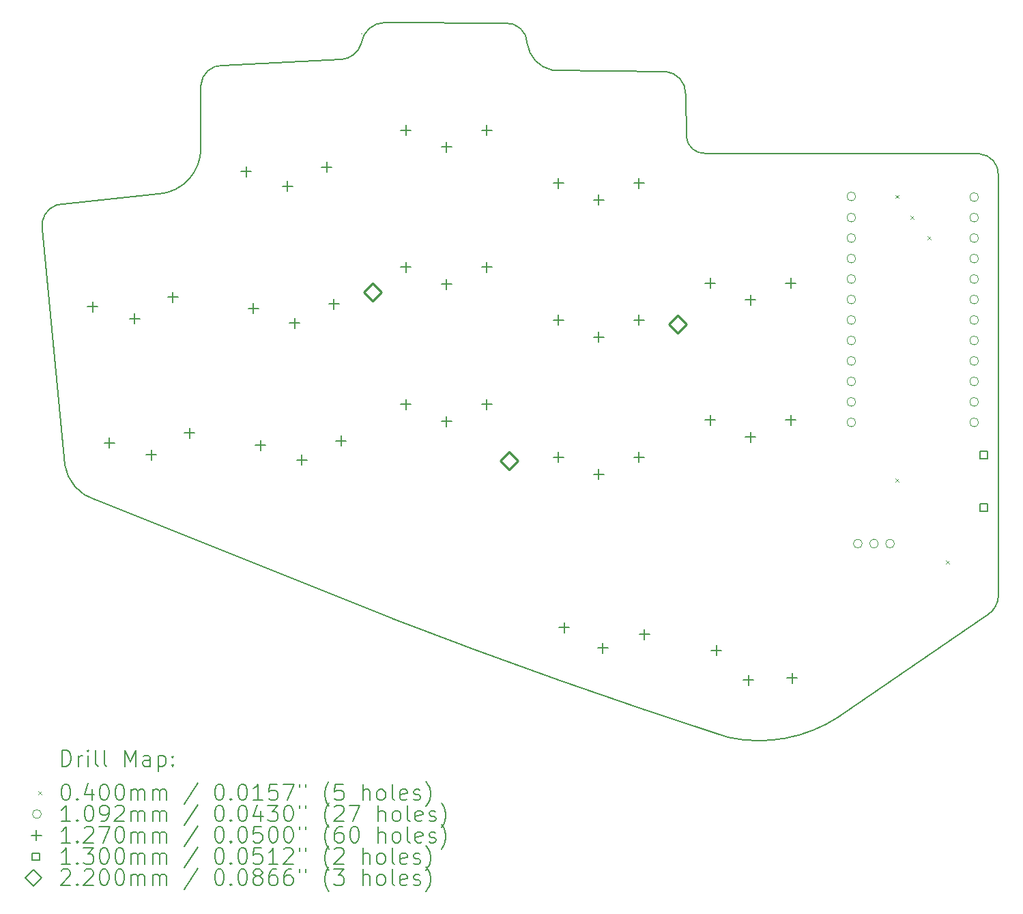
<source format=gbr>
%FSLAX45Y45*%
G04 Gerber Fmt 4.5, Leading zero omitted, Abs format (unit mm)*
G04 Created by KiCad (PCBNEW (6.0.4)) date 2022-05-17 22:38:03*
%MOMM*%
%LPD*%
G01*
G04 APERTURE LIST*
%TA.AperFunction,Profile*%
%ADD10C,0.150000*%
%TD*%
%ADD11C,0.200000*%
%ADD12C,0.040000*%
%ADD13C,0.109220*%
%ADD14C,0.127000*%
%ADD15C,0.130000*%
%ADD16C,0.220000*%
G04 APERTURE END LIST*
D10*
X6876071Y11748876D02*
X8344622Y11820688D01*
X12617390Y11393371D02*
G75*
G03*
X12363394Y11672771I-271530J8309D01*
G01*
X4814023Y10017285D02*
G75*
G03*
X4636222Y9712488I91107J-257405D01*
G01*
X4814022Y10017288D02*
X6078679Y10152942D01*
X10964034Y11689307D02*
X12363394Y11672771D01*
X10653483Y12016826D02*
G75*
G03*
X10964034Y11689307I386287J55284D01*
G01*
X16260102Y10651714D02*
X12862027Y10657058D01*
X12627814Y10859110D02*
G75*
G03*
X12862027Y10657058I222446J21080D01*
G01*
X8886230Y12279469D02*
X10376622Y12272233D01*
X13145222Y3413289D02*
G75*
G03*
X14516822Y3667288I382928J1762511D01*
G01*
X8979622Y4886488D02*
X5296622Y6359688D01*
X4636222Y9712488D02*
X4915622Y6791488D01*
X4915626Y6791489D02*
G75*
G03*
X5296622Y6359688I536374J89281D01*
G01*
X8979622Y4886488D02*
G75*
G03*
X13145222Y3413288I28394798J73662842D01*
G01*
X16371018Y4937293D02*
G75*
G03*
X16498022Y5165888I-162189J239687D01*
G01*
X8598719Y12147486D02*
X8598719Y12147486D01*
X6078679Y10152942D02*
G75*
G03*
X6603966Y10728488I-41668J565511D01*
G01*
X16498022Y5165888D02*
X16498230Y10381255D01*
X10653476Y12016825D02*
G75*
G03*
X10376622Y12272233I-257406J-1265D01*
G01*
X14516822Y3667288D02*
X16371022Y4937288D01*
X6603966Y11497686D02*
X6603966Y10728488D01*
X8344622Y11820689D02*
G75*
G03*
X8594801Y12020777I-21092J282821D01*
G01*
X12627819Y10859110D02*
X12617394Y11393371D01*
X16498224Y10381255D02*
G75*
G03*
X16260102Y10651714I-253545J16825D01*
G01*
X6876071Y11748877D02*
G75*
G03*
X6603966Y11497686I-8611J-263647D01*
G01*
X8886230Y12279468D02*
G75*
G03*
X8594801Y12020777I2030J-295788D01*
G01*
D11*
D12*
X15220000Y10141314D02*
X15260000Y10101314D01*
X15260000Y10141314D02*
X15220000Y10101314D01*
X15220000Y6624000D02*
X15260000Y6584000D01*
X15260000Y6624000D02*
X15220000Y6584000D01*
X15410459Y9885043D02*
X15450459Y9845043D01*
X15450459Y9885043D02*
X15410459Y9845043D01*
X15618978Y9630635D02*
X15658978Y9590635D01*
X15658978Y9630635D02*
X15618978Y9590635D01*
X15846125Y5604462D02*
X15886125Y5564462D01*
X15886125Y5604462D02*
X15846125Y5564462D01*
D13*
X14728331Y10122629D02*
G75*
G03*
X14728331Y10122629I-54610J0D01*
G01*
X14728331Y9860254D02*
G75*
G03*
X14728331Y9860254I-54610J0D01*
G01*
X14728331Y9606254D02*
G75*
G03*
X14728331Y9606254I-54610J0D01*
G01*
X14728331Y9352254D02*
G75*
G03*
X14728331Y9352254I-54610J0D01*
G01*
X14728331Y9098254D02*
G75*
G03*
X14728331Y9098254I-54610J0D01*
G01*
X14728331Y8844254D02*
G75*
G03*
X14728331Y8844254I-54610J0D01*
G01*
X14728331Y8590254D02*
G75*
G03*
X14728331Y8590254I-54610J0D01*
G01*
X14728331Y8336254D02*
G75*
G03*
X14728331Y8336254I-54610J0D01*
G01*
X14728331Y8082254D02*
G75*
G03*
X14728331Y8082254I-54610J0D01*
G01*
X14728331Y7828254D02*
G75*
G03*
X14728331Y7828254I-54610J0D01*
G01*
X14728331Y7574254D02*
G75*
G03*
X14728331Y7574254I-54610J0D01*
G01*
X14728331Y7320254D02*
G75*
G03*
X14728331Y7320254I-54610J0D01*
G01*
X14809150Y5816368D02*
G75*
G03*
X14809150Y5816368I-54610J0D01*
G01*
X15009150Y5816368D02*
G75*
G03*
X15009150Y5816368I-54610J0D01*
G01*
X15209150Y5816368D02*
G75*
G03*
X15209150Y5816368I-54610J0D01*
G01*
X16252331Y10114254D02*
G75*
G03*
X16252331Y10114254I-54610J0D01*
G01*
X16252331Y9860254D02*
G75*
G03*
X16252331Y9860254I-54610J0D01*
G01*
X16252331Y9606254D02*
G75*
G03*
X16252331Y9606254I-54610J0D01*
G01*
X16252331Y9352254D02*
G75*
G03*
X16252331Y9352254I-54610J0D01*
G01*
X16252331Y9098254D02*
G75*
G03*
X16252331Y9098254I-54610J0D01*
G01*
X16252331Y8844254D02*
G75*
G03*
X16252331Y8844254I-54610J0D01*
G01*
X16252331Y8590254D02*
G75*
G03*
X16252331Y8590254I-54610J0D01*
G01*
X16252331Y8336254D02*
G75*
G03*
X16252331Y8336254I-54610J0D01*
G01*
X16252331Y8082254D02*
G75*
G03*
X16252331Y8082254I-54610J0D01*
G01*
X16252331Y7828254D02*
G75*
G03*
X16252331Y7828254I-54610J0D01*
G01*
X16252331Y7574254D02*
G75*
G03*
X16252331Y7574254I-54610J0D01*
G01*
X16252331Y7320254D02*
G75*
G03*
X16252331Y7320254I-54610J0D01*
G01*
D14*
X5262526Y8816817D02*
X5262526Y8689817D01*
X5199026Y8753317D02*
X5326026Y8753317D01*
X5469703Y7129488D02*
X5469703Y7002488D01*
X5406203Y7065988D02*
X5533203Y7065988D01*
X5784391Y8669317D02*
X5784391Y8542317D01*
X5720891Y8605817D02*
X5847891Y8605817D01*
X5784391Y8669317D02*
X5784391Y8542317D01*
X5720891Y8605817D02*
X5847891Y8605817D01*
X5991569Y6981988D02*
X5991569Y6854988D01*
X5928069Y6918488D02*
X6055069Y6918488D01*
X5991569Y6981988D02*
X5991569Y6854988D01*
X5928069Y6918488D02*
X6055069Y6918488D01*
X6255072Y8938686D02*
X6255072Y8811686D01*
X6191572Y8875186D02*
X6318572Y8875186D01*
X6462249Y7251357D02*
X6462249Y7124357D01*
X6398749Y7187857D02*
X6525749Y7187857D01*
X7167874Y10496700D02*
X7167874Y10369700D01*
X7104374Y10433200D02*
X7231374Y10433200D01*
X7256845Y8799030D02*
X7256845Y8672030D01*
X7193345Y8735530D02*
X7320345Y8735530D01*
X7345816Y7101359D02*
X7345816Y6974359D01*
X7282316Y7037859D02*
X7409316Y7037859D01*
X7678179Y10313156D02*
X7678179Y10186156D01*
X7614679Y10249656D02*
X7741679Y10249656D01*
X7678179Y10313156D02*
X7678179Y10186156D01*
X7614679Y10249656D02*
X7741679Y10249656D01*
X7767150Y8615486D02*
X7767150Y8488486D01*
X7703650Y8551986D02*
X7830650Y8551986D01*
X7767150Y8615486D02*
X7767150Y8488486D01*
X7703650Y8551986D02*
X7830650Y8551986D01*
X7856121Y6917815D02*
X7856121Y6790815D01*
X7792621Y6854315D02*
X7919621Y6854315D01*
X7856121Y6917815D02*
X7856121Y6790815D01*
X7792621Y6854315D02*
X7919621Y6854315D01*
X8166503Y10549036D02*
X8166503Y10422036D01*
X8103003Y10485536D02*
X8230003Y10485536D01*
X8255474Y8851366D02*
X8255474Y8724366D01*
X8191974Y8787866D02*
X8318974Y8787866D01*
X8344445Y7153695D02*
X8344445Y7026695D01*
X8280945Y7090195D02*
X8407946Y7090195D01*
X9149582Y9308199D02*
X9149582Y9181199D01*
X9086082Y9244699D02*
X9213082Y9244699D01*
X9149582Y7608199D02*
X9149582Y7481199D01*
X9086082Y7544699D02*
X9213082Y7544699D01*
X9149582Y11008199D02*
X9149582Y10881199D01*
X9086082Y10944699D02*
X9213082Y10944699D01*
X9649582Y9098199D02*
X9649582Y8971199D01*
X9586082Y9034699D02*
X9713082Y9034699D01*
X9649582Y9098199D02*
X9649582Y8971199D01*
X9586082Y9034699D02*
X9713082Y9034699D01*
X9649582Y7398199D02*
X9649582Y7271199D01*
X9586082Y7334699D02*
X9713082Y7334699D01*
X9649582Y7398199D02*
X9649582Y7271199D01*
X9586082Y7334699D02*
X9713082Y7334699D01*
X9649582Y10798199D02*
X9649582Y10671199D01*
X9586082Y10734699D02*
X9713082Y10734699D01*
X9649582Y10798199D02*
X9649582Y10671199D01*
X9586082Y10734699D02*
X9713082Y10734699D01*
X10149582Y9308199D02*
X10149582Y9181199D01*
X10086082Y9244699D02*
X10213082Y9244699D01*
X10149582Y7608199D02*
X10149582Y7481199D01*
X10086082Y7544699D02*
X10213082Y7544699D01*
X10149582Y11008199D02*
X10149582Y10881199D01*
X10086082Y10944699D02*
X10213082Y10944699D01*
X11041109Y10352102D02*
X11041109Y10225102D01*
X10977609Y10288602D02*
X11104609Y10288602D01*
X11041109Y8652102D02*
X11041109Y8525102D01*
X10977609Y8588602D02*
X11104609Y8588602D01*
X11041109Y6952102D02*
X11041109Y6825102D01*
X10977609Y6888602D02*
X11104609Y6888602D01*
X11110892Y4839876D02*
X11110892Y4712876D01*
X11047392Y4776376D02*
X11174392Y4776376D01*
X11541109Y10142102D02*
X11541109Y10015102D01*
X11477609Y10078602D02*
X11604609Y10078602D01*
X11541109Y10142102D02*
X11541109Y10015102D01*
X11477609Y10078602D02*
X11604609Y10078602D01*
X11541109Y8442102D02*
X11541109Y8315102D01*
X11477609Y8378602D02*
X11604609Y8378602D01*
X11541109Y8442102D02*
X11541109Y8315102D01*
X11477609Y8378602D02*
X11604609Y8378602D01*
X11541109Y6742102D02*
X11541109Y6615102D01*
X11477609Y6678602D02*
X11604609Y6678602D01*
X11541109Y6742102D02*
X11541109Y6615102D01*
X11477609Y6678602D02*
X11604609Y6678602D01*
X11590686Y4587097D02*
X11590686Y4460097D01*
X11527186Y4523597D02*
X11654186Y4523597D01*
X11590686Y4587097D02*
X11590686Y4460097D01*
X11527186Y4523597D02*
X11654186Y4523597D01*
X12041109Y10352102D02*
X12041109Y10225102D01*
X11977609Y10288602D02*
X12104609Y10288602D01*
X12041109Y8652102D02*
X12041109Y8525102D01*
X11977609Y8588602D02*
X12104609Y8588602D01*
X12041109Y6952102D02*
X12041109Y6825102D01*
X11977609Y6888602D02*
X12104609Y6888602D01*
X12107087Y4752720D02*
X12107087Y4625720D01*
X12043587Y4689220D02*
X12170587Y4689220D01*
X12921828Y9111385D02*
X12921828Y8984385D01*
X12858328Y9047885D02*
X12985328Y9047885D01*
X12921828Y7411385D02*
X12921828Y7284385D01*
X12858328Y7347885D02*
X12985328Y7347885D01*
X13001228Y4554494D02*
X13001228Y4427494D01*
X12937728Y4490994D02*
X13064728Y4490994D01*
X13399250Y4186148D02*
X13399250Y4059148D01*
X13335750Y4122648D02*
X13462750Y4122648D01*
X13399250Y4186148D02*
X13399250Y4059148D01*
X13335750Y4122648D02*
X13462750Y4122648D01*
X13421828Y8901385D02*
X13421828Y8774385D01*
X13358328Y8837885D02*
X13485328Y8837885D01*
X13421828Y8901385D02*
X13421828Y8774385D01*
X13358328Y8837885D02*
X13485328Y8837885D01*
X13421828Y7201385D02*
X13421828Y7074385D01*
X13358328Y7137885D02*
X13485328Y7137885D01*
X13421828Y7201385D02*
X13421828Y7074385D01*
X13358328Y7137885D02*
X13485328Y7137885D01*
X13921828Y9111385D02*
X13921828Y8984385D01*
X13858328Y9047885D02*
X13985328Y9047885D01*
X13921828Y7411385D02*
X13921828Y7284385D01*
X13858328Y7347885D02*
X13985328Y7347885D01*
X13940920Y4212474D02*
X13940920Y4085474D01*
X13877420Y4148974D02*
X14004420Y4148974D01*
D15*
X16366281Y6869289D02*
X16366281Y6961214D01*
X16274357Y6961214D01*
X16274357Y6869289D01*
X16366281Y6869289D01*
X16366281Y6219289D02*
X16366281Y6311214D01*
X16274357Y6311214D01*
X16274357Y6219289D01*
X16366281Y6219289D01*
D16*
X8732466Y8827039D02*
X8842466Y8937039D01*
X8732466Y9047039D01*
X8622466Y8937039D01*
X8732466Y8827039D01*
X10427904Y6733348D02*
X10537904Y6843348D01*
X10427904Y6953348D01*
X10317904Y6843348D01*
X10427904Y6733348D01*
X12521595Y8428786D02*
X12631595Y8538786D01*
X12521595Y8648786D01*
X12411595Y8538786D01*
X12521595Y8428786D01*
D11*
X4882197Y3054194D02*
X4882197Y3254194D01*
X4929816Y3254194D01*
X4958387Y3244670D01*
X4977435Y3225623D01*
X4986959Y3206575D01*
X4996482Y3168480D01*
X4996482Y3139908D01*
X4986959Y3101813D01*
X4977435Y3082766D01*
X4958387Y3063718D01*
X4929816Y3054194D01*
X4882197Y3054194D01*
X5082197Y3054194D02*
X5082197Y3187527D01*
X5082197Y3149432D02*
X5091720Y3168480D01*
X5101244Y3178004D01*
X5120292Y3187527D01*
X5139340Y3187527D01*
X5206006Y3054194D02*
X5206006Y3187527D01*
X5206006Y3254194D02*
X5196482Y3244670D01*
X5206006Y3235146D01*
X5215530Y3244670D01*
X5206006Y3254194D01*
X5206006Y3235146D01*
X5329816Y3054194D02*
X5310768Y3063718D01*
X5301244Y3082766D01*
X5301244Y3254194D01*
X5434578Y3054194D02*
X5415530Y3063718D01*
X5406006Y3082766D01*
X5406006Y3254194D01*
X5663149Y3054194D02*
X5663149Y3254194D01*
X5729816Y3111337D01*
X5796482Y3254194D01*
X5796482Y3054194D01*
X5977435Y3054194D02*
X5977435Y3158956D01*
X5967911Y3178004D01*
X5948863Y3187527D01*
X5910768Y3187527D01*
X5891720Y3178004D01*
X5977435Y3063718D02*
X5958387Y3054194D01*
X5910768Y3054194D01*
X5891720Y3063718D01*
X5882197Y3082766D01*
X5882197Y3101813D01*
X5891720Y3120861D01*
X5910768Y3130385D01*
X5958387Y3130385D01*
X5977435Y3139908D01*
X6072673Y3187527D02*
X6072673Y2987527D01*
X6072673Y3178004D02*
X6091720Y3187527D01*
X6129816Y3187527D01*
X6148863Y3178004D01*
X6158387Y3168480D01*
X6167911Y3149432D01*
X6167911Y3092289D01*
X6158387Y3073242D01*
X6148863Y3063718D01*
X6129816Y3054194D01*
X6091720Y3054194D01*
X6072673Y3063718D01*
X6253625Y3073242D02*
X6263149Y3063718D01*
X6253625Y3054194D01*
X6244101Y3063718D01*
X6253625Y3073242D01*
X6253625Y3054194D01*
X6253625Y3178004D02*
X6263149Y3168480D01*
X6253625Y3158956D01*
X6244101Y3168480D01*
X6253625Y3178004D01*
X6253625Y3158956D01*
D12*
X4584578Y2744670D02*
X4624578Y2704670D01*
X4624578Y2744670D02*
X4584578Y2704670D01*
D11*
X4920292Y2834194D02*
X4939340Y2834194D01*
X4958387Y2824670D01*
X4967911Y2815146D01*
X4977435Y2796099D01*
X4986959Y2758004D01*
X4986959Y2710385D01*
X4977435Y2672289D01*
X4967911Y2653242D01*
X4958387Y2643718D01*
X4939340Y2634194D01*
X4920292Y2634194D01*
X4901244Y2643718D01*
X4891720Y2653242D01*
X4882197Y2672289D01*
X4872673Y2710385D01*
X4872673Y2758004D01*
X4882197Y2796099D01*
X4891720Y2815146D01*
X4901244Y2824670D01*
X4920292Y2834194D01*
X5072673Y2653242D02*
X5082197Y2643718D01*
X5072673Y2634194D01*
X5063149Y2643718D01*
X5072673Y2653242D01*
X5072673Y2634194D01*
X5253625Y2767528D02*
X5253625Y2634194D01*
X5206006Y2843718D02*
X5158387Y2700861D01*
X5282197Y2700861D01*
X5396482Y2834194D02*
X5415530Y2834194D01*
X5434578Y2824670D01*
X5444101Y2815146D01*
X5453625Y2796099D01*
X5463149Y2758004D01*
X5463149Y2710385D01*
X5453625Y2672289D01*
X5444101Y2653242D01*
X5434578Y2643718D01*
X5415530Y2634194D01*
X5396482Y2634194D01*
X5377435Y2643718D01*
X5367911Y2653242D01*
X5358387Y2672289D01*
X5348863Y2710385D01*
X5348863Y2758004D01*
X5358387Y2796099D01*
X5367911Y2815146D01*
X5377435Y2824670D01*
X5396482Y2834194D01*
X5586959Y2834194D02*
X5606006Y2834194D01*
X5625054Y2824670D01*
X5634578Y2815146D01*
X5644101Y2796099D01*
X5653625Y2758004D01*
X5653625Y2710385D01*
X5644101Y2672289D01*
X5634578Y2653242D01*
X5625054Y2643718D01*
X5606006Y2634194D01*
X5586959Y2634194D01*
X5567911Y2643718D01*
X5558387Y2653242D01*
X5548863Y2672289D01*
X5539340Y2710385D01*
X5539340Y2758004D01*
X5548863Y2796099D01*
X5558387Y2815146D01*
X5567911Y2824670D01*
X5586959Y2834194D01*
X5739339Y2634194D02*
X5739339Y2767528D01*
X5739339Y2748480D02*
X5748863Y2758004D01*
X5767911Y2767528D01*
X5796482Y2767528D01*
X5815530Y2758004D01*
X5825054Y2738956D01*
X5825054Y2634194D01*
X5825054Y2738956D02*
X5834578Y2758004D01*
X5853625Y2767528D01*
X5882197Y2767528D01*
X5901244Y2758004D01*
X5910768Y2738956D01*
X5910768Y2634194D01*
X6006006Y2634194D02*
X6006006Y2767528D01*
X6006006Y2748480D02*
X6015530Y2758004D01*
X6034578Y2767528D01*
X6063149Y2767528D01*
X6082197Y2758004D01*
X6091720Y2738956D01*
X6091720Y2634194D01*
X6091720Y2738956D02*
X6101244Y2758004D01*
X6120292Y2767528D01*
X6148863Y2767528D01*
X6167911Y2758004D01*
X6177435Y2738956D01*
X6177435Y2634194D01*
X6567911Y2843718D02*
X6396482Y2586575D01*
X6825054Y2834194D02*
X6844101Y2834194D01*
X6863149Y2824670D01*
X6872673Y2815146D01*
X6882197Y2796099D01*
X6891720Y2758004D01*
X6891720Y2710385D01*
X6882197Y2672289D01*
X6872673Y2653242D01*
X6863149Y2643718D01*
X6844101Y2634194D01*
X6825054Y2634194D01*
X6806006Y2643718D01*
X6796482Y2653242D01*
X6786958Y2672289D01*
X6777435Y2710385D01*
X6777435Y2758004D01*
X6786958Y2796099D01*
X6796482Y2815146D01*
X6806006Y2824670D01*
X6825054Y2834194D01*
X6977435Y2653242D02*
X6986958Y2643718D01*
X6977435Y2634194D01*
X6967911Y2643718D01*
X6977435Y2653242D01*
X6977435Y2634194D01*
X7110768Y2834194D02*
X7129816Y2834194D01*
X7148863Y2824670D01*
X7158387Y2815146D01*
X7167911Y2796099D01*
X7177435Y2758004D01*
X7177435Y2710385D01*
X7167911Y2672289D01*
X7158387Y2653242D01*
X7148863Y2643718D01*
X7129816Y2634194D01*
X7110768Y2634194D01*
X7091720Y2643718D01*
X7082197Y2653242D01*
X7072673Y2672289D01*
X7063149Y2710385D01*
X7063149Y2758004D01*
X7072673Y2796099D01*
X7082197Y2815146D01*
X7091720Y2824670D01*
X7110768Y2834194D01*
X7367911Y2634194D02*
X7253625Y2634194D01*
X7310768Y2634194D02*
X7310768Y2834194D01*
X7291720Y2805623D01*
X7272673Y2786575D01*
X7253625Y2777051D01*
X7548863Y2834194D02*
X7453625Y2834194D01*
X7444101Y2738956D01*
X7453625Y2748480D01*
X7472673Y2758004D01*
X7520292Y2758004D01*
X7539339Y2748480D01*
X7548863Y2738956D01*
X7558387Y2719908D01*
X7558387Y2672289D01*
X7548863Y2653242D01*
X7539339Y2643718D01*
X7520292Y2634194D01*
X7472673Y2634194D01*
X7453625Y2643718D01*
X7444101Y2653242D01*
X7625054Y2834194D02*
X7758387Y2834194D01*
X7672673Y2634194D01*
X7825054Y2834194D02*
X7825054Y2796099D01*
X7901244Y2834194D02*
X7901244Y2796099D01*
X8196482Y2558004D02*
X8186958Y2567528D01*
X8167911Y2596099D01*
X8158387Y2615147D01*
X8148863Y2643718D01*
X8139339Y2691337D01*
X8139339Y2729432D01*
X8148863Y2777051D01*
X8158387Y2805623D01*
X8167911Y2824670D01*
X8186958Y2853242D01*
X8196482Y2862766D01*
X8367911Y2834194D02*
X8272673Y2834194D01*
X8263149Y2738956D01*
X8272673Y2748480D01*
X8291720Y2758004D01*
X8339339Y2758004D01*
X8358387Y2748480D01*
X8367911Y2738956D01*
X8377435Y2719908D01*
X8377435Y2672289D01*
X8367911Y2653242D01*
X8358387Y2643718D01*
X8339339Y2634194D01*
X8291720Y2634194D01*
X8272673Y2643718D01*
X8263149Y2653242D01*
X8615530Y2634194D02*
X8615530Y2834194D01*
X8701244Y2634194D02*
X8701244Y2738956D01*
X8691720Y2758004D01*
X8672673Y2767528D01*
X8644101Y2767528D01*
X8625054Y2758004D01*
X8615530Y2748480D01*
X8825054Y2634194D02*
X8806006Y2643718D01*
X8796482Y2653242D01*
X8786959Y2672289D01*
X8786959Y2729432D01*
X8796482Y2748480D01*
X8806006Y2758004D01*
X8825054Y2767528D01*
X8853625Y2767528D01*
X8872673Y2758004D01*
X8882197Y2748480D01*
X8891720Y2729432D01*
X8891720Y2672289D01*
X8882197Y2653242D01*
X8872673Y2643718D01*
X8853625Y2634194D01*
X8825054Y2634194D01*
X9006006Y2634194D02*
X8986959Y2643718D01*
X8977435Y2662766D01*
X8977435Y2834194D01*
X9158387Y2643718D02*
X9139340Y2634194D01*
X9101244Y2634194D01*
X9082197Y2643718D01*
X9072673Y2662766D01*
X9072673Y2738956D01*
X9082197Y2758004D01*
X9101244Y2767528D01*
X9139340Y2767528D01*
X9158387Y2758004D01*
X9167911Y2738956D01*
X9167911Y2719908D01*
X9072673Y2700861D01*
X9244101Y2643718D02*
X9263149Y2634194D01*
X9301244Y2634194D01*
X9320292Y2643718D01*
X9329816Y2662766D01*
X9329816Y2672289D01*
X9320292Y2691337D01*
X9301244Y2700861D01*
X9272673Y2700861D01*
X9253625Y2710385D01*
X9244101Y2729432D01*
X9244101Y2738956D01*
X9253625Y2758004D01*
X9272673Y2767528D01*
X9301244Y2767528D01*
X9320292Y2758004D01*
X9396482Y2558004D02*
X9406006Y2567528D01*
X9425054Y2596099D01*
X9434578Y2615147D01*
X9444101Y2643718D01*
X9453625Y2691337D01*
X9453625Y2729432D01*
X9444101Y2777051D01*
X9434578Y2805623D01*
X9425054Y2824670D01*
X9406006Y2853242D01*
X9396482Y2862766D01*
D13*
X4624578Y2460670D02*
G75*
G03*
X4624578Y2460670I-54610J0D01*
G01*
D11*
X4986959Y2370194D02*
X4872673Y2370194D01*
X4929816Y2370194D02*
X4929816Y2570194D01*
X4910768Y2541623D01*
X4891720Y2522575D01*
X4872673Y2513051D01*
X5072673Y2389242D02*
X5082197Y2379718D01*
X5072673Y2370194D01*
X5063149Y2379718D01*
X5072673Y2389242D01*
X5072673Y2370194D01*
X5206006Y2570194D02*
X5225054Y2570194D01*
X5244101Y2560670D01*
X5253625Y2551147D01*
X5263149Y2532099D01*
X5272673Y2494004D01*
X5272673Y2446385D01*
X5263149Y2408289D01*
X5253625Y2389242D01*
X5244101Y2379718D01*
X5225054Y2370194D01*
X5206006Y2370194D01*
X5186959Y2379718D01*
X5177435Y2389242D01*
X5167911Y2408289D01*
X5158387Y2446385D01*
X5158387Y2494004D01*
X5167911Y2532099D01*
X5177435Y2551147D01*
X5186959Y2560670D01*
X5206006Y2570194D01*
X5367911Y2370194D02*
X5406006Y2370194D01*
X5425054Y2379718D01*
X5434578Y2389242D01*
X5453625Y2417813D01*
X5463149Y2455908D01*
X5463149Y2532099D01*
X5453625Y2551147D01*
X5444101Y2560670D01*
X5425054Y2570194D01*
X5386959Y2570194D01*
X5367911Y2560670D01*
X5358387Y2551147D01*
X5348863Y2532099D01*
X5348863Y2484480D01*
X5358387Y2465432D01*
X5367911Y2455908D01*
X5386959Y2446385D01*
X5425054Y2446385D01*
X5444101Y2455908D01*
X5453625Y2465432D01*
X5463149Y2484480D01*
X5539340Y2551147D02*
X5548863Y2560670D01*
X5567911Y2570194D01*
X5615530Y2570194D01*
X5634578Y2560670D01*
X5644101Y2551147D01*
X5653625Y2532099D01*
X5653625Y2513051D01*
X5644101Y2484480D01*
X5529816Y2370194D01*
X5653625Y2370194D01*
X5739339Y2370194D02*
X5739339Y2503528D01*
X5739339Y2484480D02*
X5748863Y2494004D01*
X5767911Y2503528D01*
X5796482Y2503528D01*
X5815530Y2494004D01*
X5825054Y2474956D01*
X5825054Y2370194D01*
X5825054Y2474956D02*
X5834578Y2494004D01*
X5853625Y2503528D01*
X5882197Y2503528D01*
X5901244Y2494004D01*
X5910768Y2474956D01*
X5910768Y2370194D01*
X6006006Y2370194D02*
X6006006Y2503528D01*
X6006006Y2484480D02*
X6015530Y2494004D01*
X6034578Y2503528D01*
X6063149Y2503528D01*
X6082197Y2494004D01*
X6091720Y2474956D01*
X6091720Y2370194D01*
X6091720Y2474956D02*
X6101244Y2494004D01*
X6120292Y2503528D01*
X6148863Y2503528D01*
X6167911Y2494004D01*
X6177435Y2474956D01*
X6177435Y2370194D01*
X6567911Y2579718D02*
X6396482Y2322575D01*
X6825054Y2570194D02*
X6844101Y2570194D01*
X6863149Y2560670D01*
X6872673Y2551147D01*
X6882197Y2532099D01*
X6891720Y2494004D01*
X6891720Y2446385D01*
X6882197Y2408289D01*
X6872673Y2389242D01*
X6863149Y2379718D01*
X6844101Y2370194D01*
X6825054Y2370194D01*
X6806006Y2379718D01*
X6796482Y2389242D01*
X6786958Y2408289D01*
X6777435Y2446385D01*
X6777435Y2494004D01*
X6786958Y2532099D01*
X6796482Y2551147D01*
X6806006Y2560670D01*
X6825054Y2570194D01*
X6977435Y2389242D02*
X6986958Y2379718D01*
X6977435Y2370194D01*
X6967911Y2379718D01*
X6977435Y2389242D01*
X6977435Y2370194D01*
X7110768Y2570194D02*
X7129816Y2570194D01*
X7148863Y2560670D01*
X7158387Y2551147D01*
X7167911Y2532099D01*
X7177435Y2494004D01*
X7177435Y2446385D01*
X7167911Y2408289D01*
X7158387Y2389242D01*
X7148863Y2379718D01*
X7129816Y2370194D01*
X7110768Y2370194D01*
X7091720Y2379718D01*
X7082197Y2389242D01*
X7072673Y2408289D01*
X7063149Y2446385D01*
X7063149Y2494004D01*
X7072673Y2532099D01*
X7082197Y2551147D01*
X7091720Y2560670D01*
X7110768Y2570194D01*
X7348863Y2503528D02*
X7348863Y2370194D01*
X7301244Y2579718D02*
X7253625Y2436861D01*
X7377435Y2436861D01*
X7434578Y2570194D02*
X7558387Y2570194D01*
X7491720Y2494004D01*
X7520292Y2494004D01*
X7539339Y2484480D01*
X7548863Y2474956D01*
X7558387Y2455908D01*
X7558387Y2408289D01*
X7548863Y2389242D01*
X7539339Y2379718D01*
X7520292Y2370194D01*
X7463149Y2370194D01*
X7444101Y2379718D01*
X7434578Y2389242D01*
X7682197Y2570194D02*
X7701244Y2570194D01*
X7720292Y2560670D01*
X7729816Y2551147D01*
X7739339Y2532099D01*
X7748863Y2494004D01*
X7748863Y2446385D01*
X7739339Y2408289D01*
X7729816Y2389242D01*
X7720292Y2379718D01*
X7701244Y2370194D01*
X7682197Y2370194D01*
X7663149Y2379718D01*
X7653625Y2389242D01*
X7644101Y2408289D01*
X7634577Y2446385D01*
X7634577Y2494004D01*
X7644101Y2532099D01*
X7653625Y2551147D01*
X7663149Y2560670D01*
X7682197Y2570194D01*
X7825054Y2570194D02*
X7825054Y2532099D01*
X7901244Y2570194D02*
X7901244Y2532099D01*
X8196482Y2294004D02*
X8186958Y2303528D01*
X8167911Y2332099D01*
X8158387Y2351147D01*
X8148863Y2379718D01*
X8139339Y2427337D01*
X8139339Y2465432D01*
X8148863Y2513051D01*
X8158387Y2541623D01*
X8167911Y2560670D01*
X8186958Y2589242D01*
X8196482Y2598766D01*
X8263149Y2551147D02*
X8272673Y2560670D01*
X8291720Y2570194D01*
X8339339Y2570194D01*
X8358387Y2560670D01*
X8367911Y2551147D01*
X8377435Y2532099D01*
X8377435Y2513051D01*
X8367911Y2484480D01*
X8253625Y2370194D01*
X8377435Y2370194D01*
X8444101Y2570194D02*
X8577435Y2570194D01*
X8491720Y2370194D01*
X8806006Y2370194D02*
X8806006Y2570194D01*
X8891720Y2370194D02*
X8891720Y2474956D01*
X8882197Y2494004D01*
X8863149Y2503528D01*
X8834578Y2503528D01*
X8815530Y2494004D01*
X8806006Y2484480D01*
X9015530Y2370194D02*
X8996482Y2379718D01*
X8986959Y2389242D01*
X8977435Y2408289D01*
X8977435Y2465432D01*
X8986959Y2484480D01*
X8996482Y2494004D01*
X9015530Y2503528D01*
X9044101Y2503528D01*
X9063149Y2494004D01*
X9072673Y2484480D01*
X9082197Y2465432D01*
X9082197Y2408289D01*
X9072673Y2389242D01*
X9063149Y2379718D01*
X9044101Y2370194D01*
X9015530Y2370194D01*
X9196482Y2370194D02*
X9177435Y2379718D01*
X9167911Y2398766D01*
X9167911Y2570194D01*
X9348863Y2379718D02*
X9329816Y2370194D01*
X9291720Y2370194D01*
X9272673Y2379718D01*
X9263149Y2398766D01*
X9263149Y2474956D01*
X9272673Y2494004D01*
X9291720Y2503528D01*
X9329816Y2503528D01*
X9348863Y2494004D01*
X9358387Y2474956D01*
X9358387Y2455908D01*
X9263149Y2436861D01*
X9434578Y2379718D02*
X9453625Y2370194D01*
X9491720Y2370194D01*
X9510768Y2379718D01*
X9520292Y2398766D01*
X9520292Y2408289D01*
X9510768Y2427337D01*
X9491720Y2436861D01*
X9463149Y2436861D01*
X9444101Y2446385D01*
X9434578Y2465432D01*
X9434578Y2474956D01*
X9444101Y2494004D01*
X9463149Y2503528D01*
X9491720Y2503528D01*
X9510768Y2494004D01*
X9586959Y2294004D02*
X9596482Y2303528D01*
X9615530Y2332099D01*
X9625054Y2351147D01*
X9634578Y2379718D01*
X9644101Y2427337D01*
X9644101Y2465432D01*
X9634578Y2513051D01*
X9625054Y2541623D01*
X9615530Y2560670D01*
X9596482Y2589242D01*
X9586959Y2598766D01*
D14*
X4561078Y2260170D02*
X4561078Y2133170D01*
X4497578Y2196670D02*
X4624578Y2196670D01*
D11*
X4986959Y2106194D02*
X4872673Y2106194D01*
X4929816Y2106194D02*
X4929816Y2306194D01*
X4910768Y2277623D01*
X4891720Y2258575D01*
X4872673Y2249051D01*
X5072673Y2125242D02*
X5082197Y2115718D01*
X5072673Y2106194D01*
X5063149Y2115718D01*
X5072673Y2125242D01*
X5072673Y2106194D01*
X5158387Y2287147D02*
X5167911Y2296670D01*
X5186959Y2306194D01*
X5234578Y2306194D01*
X5253625Y2296670D01*
X5263149Y2287147D01*
X5272673Y2268099D01*
X5272673Y2249051D01*
X5263149Y2220480D01*
X5148863Y2106194D01*
X5272673Y2106194D01*
X5339340Y2306194D02*
X5472673Y2306194D01*
X5386959Y2106194D01*
X5586959Y2306194D02*
X5606006Y2306194D01*
X5625054Y2296670D01*
X5634578Y2287147D01*
X5644101Y2268099D01*
X5653625Y2230004D01*
X5653625Y2182385D01*
X5644101Y2144289D01*
X5634578Y2125242D01*
X5625054Y2115718D01*
X5606006Y2106194D01*
X5586959Y2106194D01*
X5567911Y2115718D01*
X5558387Y2125242D01*
X5548863Y2144289D01*
X5539340Y2182385D01*
X5539340Y2230004D01*
X5548863Y2268099D01*
X5558387Y2287147D01*
X5567911Y2296670D01*
X5586959Y2306194D01*
X5739339Y2106194D02*
X5739339Y2239528D01*
X5739339Y2220480D02*
X5748863Y2230004D01*
X5767911Y2239528D01*
X5796482Y2239528D01*
X5815530Y2230004D01*
X5825054Y2210956D01*
X5825054Y2106194D01*
X5825054Y2210956D02*
X5834578Y2230004D01*
X5853625Y2239528D01*
X5882197Y2239528D01*
X5901244Y2230004D01*
X5910768Y2210956D01*
X5910768Y2106194D01*
X6006006Y2106194D02*
X6006006Y2239528D01*
X6006006Y2220480D02*
X6015530Y2230004D01*
X6034578Y2239528D01*
X6063149Y2239528D01*
X6082197Y2230004D01*
X6091720Y2210956D01*
X6091720Y2106194D01*
X6091720Y2210956D02*
X6101244Y2230004D01*
X6120292Y2239528D01*
X6148863Y2239528D01*
X6167911Y2230004D01*
X6177435Y2210956D01*
X6177435Y2106194D01*
X6567911Y2315718D02*
X6396482Y2058575D01*
X6825054Y2306194D02*
X6844101Y2306194D01*
X6863149Y2296670D01*
X6872673Y2287147D01*
X6882197Y2268099D01*
X6891720Y2230004D01*
X6891720Y2182385D01*
X6882197Y2144289D01*
X6872673Y2125242D01*
X6863149Y2115718D01*
X6844101Y2106194D01*
X6825054Y2106194D01*
X6806006Y2115718D01*
X6796482Y2125242D01*
X6786958Y2144289D01*
X6777435Y2182385D01*
X6777435Y2230004D01*
X6786958Y2268099D01*
X6796482Y2287147D01*
X6806006Y2296670D01*
X6825054Y2306194D01*
X6977435Y2125242D02*
X6986958Y2115718D01*
X6977435Y2106194D01*
X6967911Y2115718D01*
X6977435Y2125242D01*
X6977435Y2106194D01*
X7110768Y2306194D02*
X7129816Y2306194D01*
X7148863Y2296670D01*
X7158387Y2287147D01*
X7167911Y2268099D01*
X7177435Y2230004D01*
X7177435Y2182385D01*
X7167911Y2144289D01*
X7158387Y2125242D01*
X7148863Y2115718D01*
X7129816Y2106194D01*
X7110768Y2106194D01*
X7091720Y2115718D01*
X7082197Y2125242D01*
X7072673Y2144289D01*
X7063149Y2182385D01*
X7063149Y2230004D01*
X7072673Y2268099D01*
X7082197Y2287147D01*
X7091720Y2296670D01*
X7110768Y2306194D01*
X7358387Y2306194D02*
X7263149Y2306194D01*
X7253625Y2210956D01*
X7263149Y2220480D01*
X7282197Y2230004D01*
X7329816Y2230004D01*
X7348863Y2220480D01*
X7358387Y2210956D01*
X7367911Y2191908D01*
X7367911Y2144289D01*
X7358387Y2125242D01*
X7348863Y2115718D01*
X7329816Y2106194D01*
X7282197Y2106194D01*
X7263149Y2115718D01*
X7253625Y2125242D01*
X7491720Y2306194D02*
X7510768Y2306194D01*
X7529816Y2296670D01*
X7539339Y2287147D01*
X7548863Y2268099D01*
X7558387Y2230004D01*
X7558387Y2182385D01*
X7548863Y2144289D01*
X7539339Y2125242D01*
X7529816Y2115718D01*
X7510768Y2106194D01*
X7491720Y2106194D01*
X7472673Y2115718D01*
X7463149Y2125242D01*
X7453625Y2144289D01*
X7444101Y2182385D01*
X7444101Y2230004D01*
X7453625Y2268099D01*
X7463149Y2287147D01*
X7472673Y2296670D01*
X7491720Y2306194D01*
X7682197Y2306194D02*
X7701244Y2306194D01*
X7720292Y2296670D01*
X7729816Y2287147D01*
X7739339Y2268099D01*
X7748863Y2230004D01*
X7748863Y2182385D01*
X7739339Y2144289D01*
X7729816Y2125242D01*
X7720292Y2115718D01*
X7701244Y2106194D01*
X7682197Y2106194D01*
X7663149Y2115718D01*
X7653625Y2125242D01*
X7644101Y2144289D01*
X7634577Y2182385D01*
X7634577Y2230004D01*
X7644101Y2268099D01*
X7653625Y2287147D01*
X7663149Y2296670D01*
X7682197Y2306194D01*
X7825054Y2306194D02*
X7825054Y2268099D01*
X7901244Y2306194D02*
X7901244Y2268099D01*
X8196482Y2030004D02*
X8186958Y2039527D01*
X8167911Y2068099D01*
X8158387Y2087146D01*
X8148863Y2115718D01*
X8139339Y2163337D01*
X8139339Y2201432D01*
X8148863Y2249051D01*
X8158387Y2277623D01*
X8167911Y2296670D01*
X8186958Y2325242D01*
X8196482Y2334766D01*
X8358387Y2306194D02*
X8320292Y2306194D01*
X8301244Y2296670D01*
X8291720Y2287147D01*
X8272673Y2258575D01*
X8263149Y2220480D01*
X8263149Y2144289D01*
X8272673Y2125242D01*
X8282197Y2115718D01*
X8301244Y2106194D01*
X8339339Y2106194D01*
X8358387Y2115718D01*
X8367911Y2125242D01*
X8377435Y2144289D01*
X8377435Y2191908D01*
X8367911Y2210956D01*
X8358387Y2220480D01*
X8339339Y2230004D01*
X8301244Y2230004D01*
X8282197Y2220480D01*
X8272673Y2210956D01*
X8263149Y2191908D01*
X8501244Y2306194D02*
X8520292Y2306194D01*
X8539340Y2296670D01*
X8548863Y2287147D01*
X8558387Y2268099D01*
X8567911Y2230004D01*
X8567911Y2182385D01*
X8558387Y2144289D01*
X8548863Y2125242D01*
X8539340Y2115718D01*
X8520292Y2106194D01*
X8501244Y2106194D01*
X8482197Y2115718D01*
X8472673Y2125242D01*
X8463149Y2144289D01*
X8453625Y2182385D01*
X8453625Y2230004D01*
X8463149Y2268099D01*
X8472673Y2287147D01*
X8482197Y2296670D01*
X8501244Y2306194D01*
X8806006Y2106194D02*
X8806006Y2306194D01*
X8891720Y2106194D02*
X8891720Y2210956D01*
X8882197Y2230004D01*
X8863149Y2239528D01*
X8834578Y2239528D01*
X8815530Y2230004D01*
X8806006Y2220480D01*
X9015530Y2106194D02*
X8996482Y2115718D01*
X8986959Y2125242D01*
X8977435Y2144289D01*
X8977435Y2201432D01*
X8986959Y2220480D01*
X8996482Y2230004D01*
X9015530Y2239528D01*
X9044101Y2239528D01*
X9063149Y2230004D01*
X9072673Y2220480D01*
X9082197Y2201432D01*
X9082197Y2144289D01*
X9072673Y2125242D01*
X9063149Y2115718D01*
X9044101Y2106194D01*
X9015530Y2106194D01*
X9196482Y2106194D02*
X9177435Y2115718D01*
X9167911Y2134766D01*
X9167911Y2306194D01*
X9348863Y2115718D02*
X9329816Y2106194D01*
X9291720Y2106194D01*
X9272673Y2115718D01*
X9263149Y2134766D01*
X9263149Y2210956D01*
X9272673Y2230004D01*
X9291720Y2239528D01*
X9329816Y2239528D01*
X9348863Y2230004D01*
X9358387Y2210956D01*
X9358387Y2191908D01*
X9263149Y2172861D01*
X9434578Y2115718D02*
X9453625Y2106194D01*
X9491720Y2106194D01*
X9510768Y2115718D01*
X9520292Y2134766D01*
X9520292Y2144289D01*
X9510768Y2163337D01*
X9491720Y2172861D01*
X9463149Y2172861D01*
X9444101Y2182385D01*
X9434578Y2201432D01*
X9434578Y2210956D01*
X9444101Y2230004D01*
X9463149Y2239528D01*
X9491720Y2239528D01*
X9510768Y2230004D01*
X9586959Y2030004D02*
X9596482Y2039527D01*
X9615530Y2068099D01*
X9625054Y2087146D01*
X9634578Y2115718D01*
X9644101Y2163337D01*
X9644101Y2201432D01*
X9634578Y2249051D01*
X9625054Y2277623D01*
X9615530Y2296670D01*
X9596482Y2325242D01*
X9586959Y2334766D01*
D15*
X4605540Y1886708D02*
X4605540Y1978633D01*
X4513615Y1978633D01*
X4513615Y1886708D01*
X4605540Y1886708D01*
D11*
X4986959Y1842194D02*
X4872673Y1842194D01*
X4929816Y1842194D02*
X4929816Y2042194D01*
X4910768Y2013623D01*
X4891720Y1994575D01*
X4872673Y1985051D01*
X5072673Y1861242D02*
X5082197Y1851718D01*
X5072673Y1842194D01*
X5063149Y1851718D01*
X5072673Y1861242D01*
X5072673Y1842194D01*
X5148863Y2042194D02*
X5272673Y2042194D01*
X5206006Y1966004D01*
X5234578Y1966004D01*
X5253625Y1956480D01*
X5263149Y1946956D01*
X5272673Y1927908D01*
X5272673Y1880289D01*
X5263149Y1861242D01*
X5253625Y1851718D01*
X5234578Y1842194D01*
X5177435Y1842194D01*
X5158387Y1851718D01*
X5148863Y1861242D01*
X5396482Y2042194D02*
X5415530Y2042194D01*
X5434578Y2032670D01*
X5444101Y2023146D01*
X5453625Y2004099D01*
X5463149Y1966004D01*
X5463149Y1918385D01*
X5453625Y1880289D01*
X5444101Y1861242D01*
X5434578Y1851718D01*
X5415530Y1842194D01*
X5396482Y1842194D01*
X5377435Y1851718D01*
X5367911Y1861242D01*
X5358387Y1880289D01*
X5348863Y1918385D01*
X5348863Y1966004D01*
X5358387Y2004099D01*
X5367911Y2023146D01*
X5377435Y2032670D01*
X5396482Y2042194D01*
X5586959Y2042194D02*
X5606006Y2042194D01*
X5625054Y2032670D01*
X5634578Y2023146D01*
X5644101Y2004099D01*
X5653625Y1966004D01*
X5653625Y1918385D01*
X5644101Y1880289D01*
X5634578Y1861242D01*
X5625054Y1851718D01*
X5606006Y1842194D01*
X5586959Y1842194D01*
X5567911Y1851718D01*
X5558387Y1861242D01*
X5548863Y1880289D01*
X5539340Y1918385D01*
X5539340Y1966004D01*
X5548863Y2004099D01*
X5558387Y2023146D01*
X5567911Y2032670D01*
X5586959Y2042194D01*
X5739339Y1842194D02*
X5739339Y1975527D01*
X5739339Y1956480D02*
X5748863Y1966004D01*
X5767911Y1975527D01*
X5796482Y1975527D01*
X5815530Y1966004D01*
X5825054Y1946956D01*
X5825054Y1842194D01*
X5825054Y1946956D02*
X5834578Y1966004D01*
X5853625Y1975527D01*
X5882197Y1975527D01*
X5901244Y1966004D01*
X5910768Y1946956D01*
X5910768Y1842194D01*
X6006006Y1842194D02*
X6006006Y1975527D01*
X6006006Y1956480D02*
X6015530Y1966004D01*
X6034578Y1975527D01*
X6063149Y1975527D01*
X6082197Y1966004D01*
X6091720Y1946956D01*
X6091720Y1842194D01*
X6091720Y1946956D02*
X6101244Y1966004D01*
X6120292Y1975527D01*
X6148863Y1975527D01*
X6167911Y1966004D01*
X6177435Y1946956D01*
X6177435Y1842194D01*
X6567911Y2051718D02*
X6396482Y1794575D01*
X6825054Y2042194D02*
X6844101Y2042194D01*
X6863149Y2032670D01*
X6872673Y2023146D01*
X6882197Y2004099D01*
X6891720Y1966004D01*
X6891720Y1918385D01*
X6882197Y1880289D01*
X6872673Y1861242D01*
X6863149Y1851718D01*
X6844101Y1842194D01*
X6825054Y1842194D01*
X6806006Y1851718D01*
X6796482Y1861242D01*
X6786958Y1880289D01*
X6777435Y1918385D01*
X6777435Y1966004D01*
X6786958Y2004099D01*
X6796482Y2023146D01*
X6806006Y2032670D01*
X6825054Y2042194D01*
X6977435Y1861242D02*
X6986958Y1851718D01*
X6977435Y1842194D01*
X6967911Y1851718D01*
X6977435Y1861242D01*
X6977435Y1842194D01*
X7110768Y2042194D02*
X7129816Y2042194D01*
X7148863Y2032670D01*
X7158387Y2023146D01*
X7167911Y2004099D01*
X7177435Y1966004D01*
X7177435Y1918385D01*
X7167911Y1880289D01*
X7158387Y1861242D01*
X7148863Y1851718D01*
X7129816Y1842194D01*
X7110768Y1842194D01*
X7091720Y1851718D01*
X7082197Y1861242D01*
X7072673Y1880289D01*
X7063149Y1918385D01*
X7063149Y1966004D01*
X7072673Y2004099D01*
X7082197Y2023146D01*
X7091720Y2032670D01*
X7110768Y2042194D01*
X7358387Y2042194D02*
X7263149Y2042194D01*
X7253625Y1946956D01*
X7263149Y1956480D01*
X7282197Y1966004D01*
X7329816Y1966004D01*
X7348863Y1956480D01*
X7358387Y1946956D01*
X7367911Y1927908D01*
X7367911Y1880289D01*
X7358387Y1861242D01*
X7348863Y1851718D01*
X7329816Y1842194D01*
X7282197Y1842194D01*
X7263149Y1851718D01*
X7253625Y1861242D01*
X7558387Y1842194D02*
X7444101Y1842194D01*
X7501244Y1842194D02*
X7501244Y2042194D01*
X7482197Y2013623D01*
X7463149Y1994575D01*
X7444101Y1985051D01*
X7634577Y2023146D02*
X7644101Y2032670D01*
X7663149Y2042194D01*
X7710768Y2042194D01*
X7729816Y2032670D01*
X7739339Y2023146D01*
X7748863Y2004099D01*
X7748863Y1985051D01*
X7739339Y1956480D01*
X7625054Y1842194D01*
X7748863Y1842194D01*
X7825054Y2042194D02*
X7825054Y2004099D01*
X7901244Y2042194D02*
X7901244Y2004099D01*
X8196482Y1766004D02*
X8186958Y1775527D01*
X8167911Y1804099D01*
X8158387Y1823146D01*
X8148863Y1851718D01*
X8139339Y1899337D01*
X8139339Y1937432D01*
X8148863Y1985051D01*
X8158387Y2013623D01*
X8167911Y2032670D01*
X8186958Y2061242D01*
X8196482Y2070766D01*
X8263149Y2023146D02*
X8272673Y2032670D01*
X8291720Y2042194D01*
X8339339Y2042194D01*
X8358387Y2032670D01*
X8367911Y2023146D01*
X8377435Y2004099D01*
X8377435Y1985051D01*
X8367911Y1956480D01*
X8253625Y1842194D01*
X8377435Y1842194D01*
X8615530Y1842194D02*
X8615530Y2042194D01*
X8701244Y1842194D02*
X8701244Y1946956D01*
X8691720Y1966004D01*
X8672673Y1975527D01*
X8644101Y1975527D01*
X8625054Y1966004D01*
X8615530Y1956480D01*
X8825054Y1842194D02*
X8806006Y1851718D01*
X8796482Y1861242D01*
X8786959Y1880289D01*
X8786959Y1937432D01*
X8796482Y1956480D01*
X8806006Y1966004D01*
X8825054Y1975527D01*
X8853625Y1975527D01*
X8872673Y1966004D01*
X8882197Y1956480D01*
X8891720Y1937432D01*
X8891720Y1880289D01*
X8882197Y1861242D01*
X8872673Y1851718D01*
X8853625Y1842194D01*
X8825054Y1842194D01*
X9006006Y1842194D02*
X8986959Y1851718D01*
X8977435Y1870766D01*
X8977435Y2042194D01*
X9158387Y1851718D02*
X9139340Y1842194D01*
X9101244Y1842194D01*
X9082197Y1851718D01*
X9072673Y1870766D01*
X9072673Y1946956D01*
X9082197Y1966004D01*
X9101244Y1975527D01*
X9139340Y1975527D01*
X9158387Y1966004D01*
X9167911Y1946956D01*
X9167911Y1927908D01*
X9072673Y1908861D01*
X9244101Y1851718D02*
X9263149Y1842194D01*
X9301244Y1842194D01*
X9320292Y1851718D01*
X9329816Y1870766D01*
X9329816Y1880289D01*
X9320292Y1899337D01*
X9301244Y1908861D01*
X9272673Y1908861D01*
X9253625Y1918385D01*
X9244101Y1937432D01*
X9244101Y1946956D01*
X9253625Y1966004D01*
X9272673Y1975527D01*
X9301244Y1975527D01*
X9320292Y1966004D01*
X9396482Y1766004D02*
X9406006Y1775527D01*
X9425054Y1804099D01*
X9434578Y1823146D01*
X9444101Y1851718D01*
X9453625Y1899337D01*
X9453625Y1937432D01*
X9444101Y1985051D01*
X9434578Y2013623D01*
X9425054Y2032670D01*
X9406006Y2061242D01*
X9396482Y2070766D01*
X4524578Y1568670D02*
X4624578Y1668670D01*
X4524578Y1768670D01*
X4424578Y1668670D01*
X4524578Y1568670D01*
X4872673Y1759146D02*
X4882197Y1768670D01*
X4901244Y1778194D01*
X4948863Y1778194D01*
X4967911Y1768670D01*
X4977435Y1759146D01*
X4986959Y1740099D01*
X4986959Y1721051D01*
X4977435Y1692480D01*
X4863149Y1578194D01*
X4986959Y1578194D01*
X5072673Y1597242D02*
X5082197Y1587718D01*
X5072673Y1578194D01*
X5063149Y1587718D01*
X5072673Y1597242D01*
X5072673Y1578194D01*
X5158387Y1759146D02*
X5167911Y1768670D01*
X5186959Y1778194D01*
X5234578Y1778194D01*
X5253625Y1768670D01*
X5263149Y1759146D01*
X5272673Y1740099D01*
X5272673Y1721051D01*
X5263149Y1692480D01*
X5148863Y1578194D01*
X5272673Y1578194D01*
X5396482Y1778194D02*
X5415530Y1778194D01*
X5434578Y1768670D01*
X5444101Y1759146D01*
X5453625Y1740099D01*
X5463149Y1702004D01*
X5463149Y1654385D01*
X5453625Y1616289D01*
X5444101Y1597242D01*
X5434578Y1587718D01*
X5415530Y1578194D01*
X5396482Y1578194D01*
X5377435Y1587718D01*
X5367911Y1597242D01*
X5358387Y1616289D01*
X5348863Y1654385D01*
X5348863Y1702004D01*
X5358387Y1740099D01*
X5367911Y1759146D01*
X5377435Y1768670D01*
X5396482Y1778194D01*
X5586959Y1778194D02*
X5606006Y1778194D01*
X5625054Y1768670D01*
X5634578Y1759146D01*
X5644101Y1740099D01*
X5653625Y1702004D01*
X5653625Y1654385D01*
X5644101Y1616289D01*
X5634578Y1597242D01*
X5625054Y1587718D01*
X5606006Y1578194D01*
X5586959Y1578194D01*
X5567911Y1587718D01*
X5558387Y1597242D01*
X5548863Y1616289D01*
X5539340Y1654385D01*
X5539340Y1702004D01*
X5548863Y1740099D01*
X5558387Y1759146D01*
X5567911Y1768670D01*
X5586959Y1778194D01*
X5739339Y1578194D02*
X5739339Y1711527D01*
X5739339Y1692480D02*
X5748863Y1702004D01*
X5767911Y1711527D01*
X5796482Y1711527D01*
X5815530Y1702004D01*
X5825054Y1682956D01*
X5825054Y1578194D01*
X5825054Y1682956D02*
X5834578Y1702004D01*
X5853625Y1711527D01*
X5882197Y1711527D01*
X5901244Y1702004D01*
X5910768Y1682956D01*
X5910768Y1578194D01*
X6006006Y1578194D02*
X6006006Y1711527D01*
X6006006Y1692480D02*
X6015530Y1702004D01*
X6034578Y1711527D01*
X6063149Y1711527D01*
X6082197Y1702004D01*
X6091720Y1682956D01*
X6091720Y1578194D01*
X6091720Y1682956D02*
X6101244Y1702004D01*
X6120292Y1711527D01*
X6148863Y1711527D01*
X6167911Y1702004D01*
X6177435Y1682956D01*
X6177435Y1578194D01*
X6567911Y1787718D02*
X6396482Y1530575D01*
X6825054Y1778194D02*
X6844101Y1778194D01*
X6863149Y1768670D01*
X6872673Y1759146D01*
X6882197Y1740099D01*
X6891720Y1702004D01*
X6891720Y1654385D01*
X6882197Y1616289D01*
X6872673Y1597242D01*
X6863149Y1587718D01*
X6844101Y1578194D01*
X6825054Y1578194D01*
X6806006Y1587718D01*
X6796482Y1597242D01*
X6786958Y1616289D01*
X6777435Y1654385D01*
X6777435Y1702004D01*
X6786958Y1740099D01*
X6796482Y1759146D01*
X6806006Y1768670D01*
X6825054Y1778194D01*
X6977435Y1597242D02*
X6986958Y1587718D01*
X6977435Y1578194D01*
X6967911Y1587718D01*
X6977435Y1597242D01*
X6977435Y1578194D01*
X7110768Y1778194D02*
X7129816Y1778194D01*
X7148863Y1768670D01*
X7158387Y1759146D01*
X7167911Y1740099D01*
X7177435Y1702004D01*
X7177435Y1654385D01*
X7167911Y1616289D01*
X7158387Y1597242D01*
X7148863Y1587718D01*
X7129816Y1578194D01*
X7110768Y1578194D01*
X7091720Y1587718D01*
X7082197Y1597242D01*
X7072673Y1616289D01*
X7063149Y1654385D01*
X7063149Y1702004D01*
X7072673Y1740099D01*
X7082197Y1759146D01*
X7091720Y1768670D01*
X7110768Y1778194D01*
X7291720Y1692480D02*
X7272673Y1702004D01*
X7263149Y1711527D01*
X7253625Y1730575D01*
X7253625Y1740099D01*
X7263149Y1759146D01*
X7272673Y1768670D01*
X7291720Y1778194D01*
X7329816Y1778194D01*
X7348863Y1768670D01*
X7358387Y1759146D01*
X7367911Y1740099D01*
X7367911Y1730575D01*
X7358387Y1711527D01*
X7348863Y1702004D01*
X7329816Y1692480D01*
X7291720Y1692480D01*
X7272673Y1682956D01*
X7263149Y1673432D01*
X7253625Y1654385D01*
X7253625Y1616289D01*
X7263149Y1597242D01*
X7272673Y1587718D01*
X7291720Y1578194D01*
X7329816Y1578194D01*
X7348863Y1587718D01*
X7358387Y1597242D01*
X7367911Y1616289D01*
X7367911Y1654385D01*
X7358387Y1673432D01*
X7348863Y1682956D01*
X7329816Y1692480D01*
X7539339Y1778194D02*
X7501244Y1778194D01*
X7482197Y1768670D01*
X7472673Y1759146D01*
X7453625Y1730575D01*
X7444101Y1692480D01*
X7444101Y1616289D01*
X7453625Y1597242D01*
X7463149Y1587718D01*
X7482197Y1578194D01*
X7520292Y1578194D01*
X7539339Y1587718D01*
X7548863Y1597242D01*
X7558387Y1616289D01*
X7558387Y1663908D01*
X7548863Y1682956D01*
X7539339Y1692480D01*
X7520292Y1702004D01*
X7482197Y1702004D01*
X7463149Y1692480D01*
X7453625Y1682956D01*
X7444101Y1663908D01*
X7729816Y1778194D02*
X7691720Y1778194D01*
X7672673Y1768670D01*
X7663149Y1759146D01*
X7644101Y1730575D01*
X7634577Y1692480D01*
X7634577Y1616289D01*
X7644101Y1597242D01*
X7653625Y1587718D01*
X7672673Y1578194D01*
X7710768Y1578194D01*
X7729816Y1587718D01*
X7739339Y1597242D01*
X7748863Y1616289D01*
X7748863Y1663908D01*
X7739339Y1682956D01*
X7729816Y1692480D01*
X7710768Y1702004D01*
X7672673Y1702004D01*
X7653625Y1692480D01*
X7644101Y1682956D01*
X7634577Y1663908D01*
X7825054Y1778194D02*
X7825054Y1740099D01*
X7901244Y1778194D02*
X7901244Y1740099D01*
X8196482Y1502004D02*
X8186958Y1511527D01*
X8167911Y1540099D01*
X8158387Y1559146D01*
X8148863Y1587718D01*
X8139339Y1635337D01*
X8139339Y1673432D01*
X8148863Y1721051D01*
X8158387Y1749623D01*
X8167911Y1768670D01*
X8186958Y1797242D01*
X8196482Y1806766D01*
X8253625Y1778194D02*
X8377435Y1778194D01*
X8310768Y1702004D01*
X8339339Y1702004D01*
X8358387Y1692480D01*
X8367911Y1682956D01*
X8377435Y1663908D01*
X8377435Y1616289D01*
X8367911Y1597242D01*
X8358387Y1587718D01*
X8339339Y1578194D01*
X8282197Y1578194D01*
X8263149Y1587718D01*
X8253625Y1597242D01*
X8615530Y1578194D02*
X8615530Y1778194D01*
X8701244Y1578194D02*
X8701244Y1682956D01*
X8691720Y1702004D01*
X8672673Y1711527D01*
X8644101Y1711527D01*
X8625054Y1702004D01*
X8615530Y1692480D01*
X8825054Y1578194D02*
X8806006Y1587718D01*
X8796482Y1597242D01*
X8786959Y1616289D01*
X8786959Y1673432D01*
X8796482Y1692480D01*
X8806006Y1702004D01*
X8825054Y1711527D01*
X8853625Y1711527D01*
X8872673Y1702004D01*
X8882197Y1692480D01*
X8891720Y1673432D01*
X8891720Y1616289D01*
X8882197Y1597242D01*
X8872673Y1587718D01*
X8853625Y1578194D01*
X8825054Y1578194D01*
X9006006Y1578194D02*
X8986959Y1587718D01*
X8977435Y1606766D01*
X8977435Y1778194D01*
X9158387Y1587718D02*
X9139340Y1578194D01*
X9101244Y1578194D01*
X9082197Y1587718D01*
X9072673Y1606766D01*
X9072673Y1682956D01*
X9082197Y1702004D01*
X9101244Y1711527D01*
X9139340Y1711527D01*
X9158387Y1702004D01*
X9167911Y1682956D01*
X9167911Y1663908D01*
X9072673Y1644861D01*
X9244101Y1587718D02*
X9263149Y1578194D01*
X9301244Y1578194D01*
X9320292Y1587718D01*
X9329816Y1606766D01*
X9329816Y1616289D01*
X9320292Y1635337D01*
X9301244Y1644861D01*
X9272673Y1644861D01*
X9253625Y1654385D01*
X9244101Y1673432D01*
X9244101Y1682956D01*
X9253625Y1702004D01*
X9272673Y1711527D01*
X9301244Y1711527D01*
X9320292Y1702004D01*
X9396482Y1502004D02*
X9406006Y1511527D01*
X9425054Y1540099D01*
X9434578Y1559146D01*
X9444101Y1587718D01*
X9453625Y1635337D01*
X9453625Y1673432D01*
X9444101Y1721051D01*
X9434578Y1749623D01*
X9425054Y1768670D01*
X9406006Y1797242D01*
X9396482Y1806766D01*
M02*

</source>
